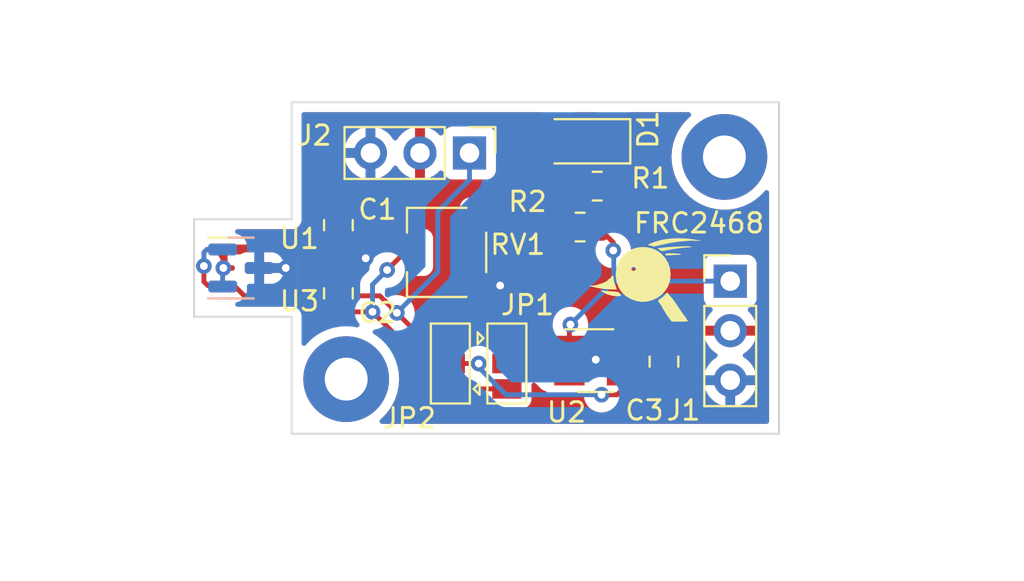
<source format=kicad_pcb>
(kicad_pcb (version 20211014) (generator pcbnew)
  (layers (0 "F.Cu" signal) (31 "B.Cu" signal) (34 "B.Paste" user) (35 "F.Paste" user) (36 "B.SilkS" user "B.Silkscreen") (37 "F.SilkS" user "F.Silkscreen") (38 "B.Mask" user) (39 "F.Mask" user) (44 "Edge.Cuts" user))
  (net 0 "")
  (net 1 "+3V3")
  (net 2 "GND")
  (net 3 "Net-(C2-Pad1)")
  (net 4 "Net-(D1-Pad1)")
  (net 5 "Net-(J1-Pad1)")
  (net 6 "Net-(J2-Pad1)")
  (net 7 "Net-(JP1-Pad2)")
  (net 8 "Net-(JP2-Pad2)")
  (footprint "Capacitor_SMD:C_0805_2012Metric" (layer "F.Cu") (at 154.8 99.2 -90)
    (fp_text reference "C3" (at 2.5 1 180) (layer "F.SilkS"))
    (fp_text value "0.1u" hide)
    (fp_line (start -0.261252 0.735) (end 0.261252 0.735) (layer "F.SilkS") (width 0.12))
    (fp_line (start -0.261252 -0.735) (end 0.261252 -0.735) (layer "F.SilkS") (width 0.12))
    (pad "1" smd roundrect (at -0.95 0 270) (size 1 1.45) (layers "F.Cu" "F.Paste" "F.Mask") (net 1 "+3V3"))
    (pad "2" smd roundrect (at 0.95 0 270) (size 1 1.45) (layers "F.Cu" "F.Paste" "F.Mask") (net 2 "GND"))
  )
  (footprint "LED_SMD:LED_1206_3216Metric" (layer "F.Cu") (at 150.7875 87.9 180)
    (fp_text reference "D1" (at -3.2 0.6 90) (layer "F.SilkS"))
    (fp_text value "LED" hide)
    (fp_line (start -2.285 -1.135) (end -2.285 1.135) (layer "F.SilkS") (width 0.12))
    (fp_line (start 1.6 -1.135) (end -2.285 -1.135) (layer "F.SilkS") (width 0.12))
    (fp_line (start -2.285 1.135) (end 1.6 1.135) (layer "F.SilkS") (width 0.12))
    (pad "1" smd roundrect (at -1.4 0 180) (size 1.25 1.75) (layers "F.Cu" "F.Paste" "F.Mask") (roundrect_rratio 0.2) (net 4 "Net-(D1-Pad1)"))
    (pad "2" smd roundrect (at 1.4 0 180) (size 1.25 1.75) (layers "F.Cu" "F.Paste" "F.Mask") (roundrect_rratio 0.2) (net 1 "+3V3"))
  )
  (footprint "Jumper:SolderJumper-3_P1.3mm_Bridged12_Pad1.0x1.5mm" (layer "F.Cu") (at 146.7425 99.3 -90)
    (fp_text reference "JP1" (at -3 -1.0575 180) (layer "F.SilkS"))
    (fp_text value "SolderJumper_3_Bridged12" hide)
    (fp_poly (pts (xy -0.9 -0.3) (xy -0.4 -0.3) (xy -0.4 0.3) (xy -0.9 0.3)) (layer "F.Cu") (width 0) (fill solid))
    (fp_line (start 2.05 1) (end -2.05 1) (layer "F.SilkS") (width 0.12))
    (fp_line (start -1.6 1.5) (end -1 1.5) (layer "F.SilkS") (width 0.12))
    (fp_line (start 2.05 -1) (end 2.05 1) (layer "F.SilkS") (width 0.12))
    (fp_line (start -2.05 1) (end -2.05 -1) (layer "F.SilkS") (width 0.12))
    (fp_line (start -1.3 1.2) (end -1.6 1.5) (layer "F.SilkS") (width 0.12))
    (fp_line (start -1.3 1.2) (end -1 1.5) (layer "F.SilkS") (width 0.12))
    (fp_line (start -2.05 -1) (end 2.05 -1) (layer "F.SilkS") (width 0.12))
    (pad "1" smd rect (at -1.3 0 270) (size 1 1.5) (layers "F.Cu" "F.Mask") (net 6 "Net-(J2-Pad1)"))
    (pad "2" smd rect (at 0 0 270) (size 1 1.5) (layers "F.Cu" "F.Mask") (net 7 "Net-(JP1-Pad2)"))
    (pad "3" smd rect (at 1.3 0 270) (size 1 1.5) (layers "F.Cu" "F.Mask") (net 3 "Net-(C2-Pad1)"))
  )
  (footprint "Resistor_SMD:R_0805_2012Metric" (layer "F.Cu") (at 150.5 92.3)
    (fp_text reference "R2" (at -2.7 -1.3 180) (layer "F.SilkS"))
    (fp_text value "5k" hide)
    (fp_line (start -0.227064 0.735) (end 0.227064 0.735) (layer "F.SilkS") (width 0.12))
    (fp_line (start -0.227064 -0.735) (end 0.227064 -0.735) (layer "F.SilkS") (width 0.12))
    (pad "1" smd roundrect (at -0.9125 0) (size 1.025 1.4) (layers "F.Cu" "F.Paste" "F.Mask") (roundrect_rratio 0.243902439) (net 1 "+3V3"))
    (pad "2" smd roundrect (at 0.9125 0) (size 1.025 1.4) (layers "F.Cu" "F.Paste" "F.Mask") (roundrect_rratio 0.243902439) (net 5 "Net-(J1-Pad1)"))
  )
  (footprint "Resistor_SMD:R_0805_2012Metric" (layer "F.Cu") (at 151.375 90.2 180)
    (fp_text reference "R1" (at -2.725 0.4 180) (layer "F.SilkS"))
    (fp_text value "200" hide)
    (fp_line (start -0.227064 -0.735) (end 0.227064 -0.735) (layer "F.SilkS") (width 0.12))
    (fp_line (start -0.227064 0.735) (end 0.227064 0.735) (layer "F.SilkS") (width 0.12))
    (pad "1" smd roundrect (at -0.9125 0 180) (size 1.025 1.4) (layers "F.Cu" "F.Paste" "F.Mask") (roundrect_rratio 0.243902439) (net 4 "Net-(D1-Pad1)"))
    (pad "2" smd roundrect (at 0.9125 0 180) (size 1.025 1.4) (layers "F.Cu" "F.Paste" "F.Mask") (roundrect_rratio 0.243902439) (net 5 "Net-(J1-Pad1)"))
  )
  (footprint "Capacitor_SMD:C_0805_2012Metric" (layer "F.Cu") (at 138.1 92.2 -90)
    (fp_text reference "C1" (at -0.8 -2 180) (layer "F.SilkS"))
    (fp_text value "0.1u" hide)
    (fp_line (start -0.261252 -0.735) (end 0.261252 -0.735) (layer "F.SilkS") (width 0.12))
    (fp_line (start -0.261252 0.735) (end 0.261252 0.735) (layer "F.SilkS") (width 0.12))
    (pad "1" smd roundrect (at -0.95 0 270) (size 1 1.45) (layers "F.Cu" "F.Paste" "F.Mask") (net 1 "+3V3"))
    (pad "2" smd roundrect (at 0.95 0 270) (size 1 1.45) (layers "F.Cu" "F.Paste" "F.Mask") (net 2 "GND"))
  )
  (footprint "Appreciate:PVG3A" (layer "F.Cu") (at 143.65 93.6 90)
    (fp_text reference "RV1" (at 0.4 3.65 unlocked) (layer "F.SilkS"))
    (fp_text value "10K" hide)
    (fp_line (start 2.286 -2.032) (end 2.286 1.016) (layer "F.SilkS") (width 0.12))
    (fp_line (start -1.016 2.032) (end 1.016 2.032) (layer "F.SilkS") (width 0.12))
    (fp_line (start 1.016 -2.032) (end 2.286 -2.032) (layer "F.SilkS") (width 0.12))
    (fp_line (start -1.016 -2.032) (end -2.286 -2.032) (layer "F.SilkS") (width 0.12))
    (fp_line (start -2.286 -2.032) (end -2.286 1.016) (layer "F.SilkS") (width 0.12))
    (pad "1" smd rect (at 1.75 1.65 90) (size 1.1 0.9) (layers "F.Cu" "F.Paste" "F.Mask") (net 1 "+3V3"))
    (pad "2" smd rect (at 0 -1.65 90) (size 1.4 0.9) (layers "F.Cu" "F.Paste" "F.Mask") (net 3 "Net-(C2-Pad1)"))
    (pad "3" smd rect (at -1.75 1.65 90) (size 1.1 0.9) (layers "F.Cu" "F.Paste" "F.Mask") (net 2 "GND"))
  )
  (footprint "Package_TO_SOT_SMD:SOT-23-5_HandSoldering" (layer "F.Cu") (at 151.3 99.15)
    (fp_text reference "U2" (at -1.5 2.65) (layer "F.SilkS"))
    (fp_text value "TLV7041DBV" hide)
    (fp_line (start -0.9 1.61) (end 0.9 1.61) (layer "F.SilkS") (width 0.12))
    (fp_line (start 0.9 -1.61) (end -1.55 -1.61) (layer "F.SilkS") (width 0.12))
    (pad "1" smd rect (at -1.35 -0.95) (size 1.56 0.65) (layers "F.Cu" "F.Paste" "F.Mask") (net 5 "Net-(J1-Pad1)"))
    (pad "2" smd rect (at -1.35 0) (size 1.56 0.65) (layers "F.Cu" "F.Paste" "F.Mask") (net 2 "GND"))
    (pad "3" smd rect (at -1.35 0.95) (size 1.56 0.65) (layers "F.Cu" "F.Paste" "F.Mask") (net 7 "Net-(JP1-Pad2)"))
    (pad "4" smd rect (at 1.35 0.95) (size 1.56 0.65) (layers "F.Cu" "F.Paste" "F.Mask") (net 8 "Net-(JP2-Pad2)"))
    (pad "5" smd rect (at 1.35 -0.95) (size 1.56 0.65) (layers "F.Cu" "F.Paste" "F.Mask") (net 1 "+3V3"))
  )
  (footprint "Connector_PinHeader_2.54mm:PinHeader_1x03_P2.54mm_Vertical" (layer "F.Cu") (at 158.2 95.075)
    (fp_text reference "J1" (at -2.4 6.625) (layer "F.SilkS"))
    (fp_text value "Conn_01x03" hide)
    (fp_line (start -1.33 1.27) (end -1.33 6.41) (layer "F.SilkS") (width 0.12))
    (fp_line (start -1.33 6.41) (end 1.33 6.41) (layer "F.SilkS") (width 0.12))
    (fp_line (start -1.33 1.27) (end 1.33 1.27) (layer "F.SilkS") (width 0.12))
    (fp_line (start 1.33 1.27) (end 1.33 6.41) (layer "F.SilkS") (width 0.12))
    (fp_line (start -1.33 0) (end -1.33 -1.33) (layer "F.SilkS") (width 0.12))
    (fp_line (start -1.33 -1.33) (end 0 -1.33) (layer "F.SilkS") (width 0.12))
    (pad "1" thru_hole rect (at 0 0) (size 1.7 1.7) (drill 1) (layers *.Cu *.Mask) (net 5 "Net-(J1-Pad1)"))
    (pad "2" thru_hole oval (at 0 2.54) (size 1.7 1.7) (drill 1) (layers *.Cu *.Mask) (net 1 "+3V3"))
    (pad "3" thru_hole oval (at 0 5.08) (size 1.7 1.7) (drill 1) (layers *.Cu *.Mask) (net 2 "GND"))
  )
  (footprint "Capacitor_SMD:C_0805_2012Metric" (layer "F.Cu") (at 138.1 95.7 90)
    (fp_text reference "C2" (at -1 2) (layer "F.SilkS"))
    (fp_text value "0.1u" hide)
    (fp_line (start -0.261252 0.735) (end 0.261252 0.735) (layer "F.SilkS") (width 0.12))
    (fp_line (start -0.261252 -0.735) (end 0.261252 -0.735) (layer "F.SilkS") (width 0.12))
    (pad "1" smd roundrect (at -0.95 0 90) (size 1 1.45) (layers "F.Cu" "F.Paste" "F.Mask") (net 3 "Net-(C2-Pad1)"))
    (pad "2" smd roundrect (at 0.95 0 90) (size 1 1.45) (layers "F.Cu" "F.Paste" "F.Mask") (net 2 "GND"))
  )
  (footprint "MountingHole:MountingHole_2.2mm_M2_Pad" (layer "F.Cu") (at 157.9 88.7)
    (fp_text reference "H1" hide)
    (fp_text value "MountingHole_Pad" hide)
    (pad "1" thru_hole circle (at 0 0) (size 4.4 4.4) (drill 2.2) (layers *.Cu *.Mask))
  )
  (footprint "Package_TO_SOT_SMD:SOT-23" (layer "F.Cu") (at 133.1 94.4)
    (fp_text reference "U1" (at 3 -1.5) (layer "F.SilkS"))
    (fp_text value "SM351LT" hide)
    (fp_line (start 0 -1.56) (end 0.65 -1.56) (layer "F.SilkS") (width 0.12))
    (fp_line (start 0 1.56) (end -0.65 1.56) (layer "F.SilkS") (width 0.12))
    (fp_line (start 0 -1.56) (end -1.675 -1.56) (layer "F.SilkS") (width 0.12))
    (fp_line (start 0 1.56) (end 0.65 1.56) (layer "F.SilkS") (width 0.12))
    (pad "1" smd roundrect (at -0.9375 -0.95) (size 1.475 0.6) (layers "F.Cu" "F.Paste" "F.Mask") (net 1 "+3V3"))
    (pad "2" smd roundrect (at -0.9375 0.95) (size 1.475 0.6) (layers "F.Cu" "F.Paste" "F.Mask") (net 6 "Net-(J2-Pad1)"))
    (pad "3" smd roundrect (at 0.9375 0) (size 1.475 0.6) (layers "F.Cu" "F.Paste" "F.Mask") (net 2 "GND"))
  )
  (footprint "Jumper:SolderJumper-3_P1.3mm_Bridged12_Pad1.0x1.5mm" (layer "F.Cu") (at 143.8425 99.3 90)
    (fp_text reference "JP2" (at -2.8 -2.1 180) (layer "F.SilkS"))
    (fp_text value "SolderJumper_3_Bridged12" hide)
    (fp_poly (pts (xy -0.9 -0.3) (xy -0.4 -0.3) (xy -0.4 0.3) (xy -0.9 0.3)) (layer "F.Cu") (width 0) (fill solid))
    (fp_line (start 2.05 -1) (end 2.05 1) (layer "F.SilkS") (width 0.12))
    (fp_line (start -2.05 -1) (end 2.05 -1) (layer "F.SilkS") (width 0.12))
    (fp_line (start -1.3 1.2) (end -1 1.5) (layer "F.SilkS") (width 0.12))
    (fp_line (start -1.6 1.5) (end -1 1.5) (layer "F.SilkS") (width 0.12))
    (fp_line (start -2.05 1) (end -2.05 -1) (layer "F.SilkS") (width 0.12))
    (fp_line (start 2.05 1) (end -2.05 1) (layer "F.SilkS") (width 0.12))
    (fp_line (start -1.3 1.2) (end -1.6 1.5) (layer "F.SilkS") (width 0.12))
    (pad "1" smd rect (at -1.3 0 90) (size 1 1.5) (layers "F.Cu" "F.Mask") (net 3 "Net-(C2-Pad1)"))
    (pad "2" smd rect (at 0 0 90) (size 1 1.5) (layers "F.Cu" "F.Mask") (net 8 "Net-(JP2-Pad2)"))
    (pad "3" smd rect (at 1.3 0 90) (size 1 1.5) (layers "F.Cu" "F.Mask") (net 6 "Net-(J2-Pad1)"))
  )
  (footprint "LOGO" (layer "F.Cu") (at 154.1 94.9)
    (fp_text reference "G***" hide)
    (fp_text value "LOGO" hide)
    (fp_poly (pts (xy 1.913529 -1.612956) (xy 2.027994 -1.608028) (xy 2.095237 -1.598176) (xy 2.10874 -1.585518) (xy 2.068515 -1.567943) (xy 1.985846 -1.556428) (xy 1.915173 -1.553808) (xy 1.783659 -1.547239) (xy 1.603859 -1.528767) (xy 1.389396 -1.500244) (xy 1.153894 -1.463519) (xy 0.910978 -1.420444) (xy 0.855456 -1.409827) (xy 0.721232 -1.384099) (xy 0.633459 -1.370926) (xy 0.576174 -1.371583) (xy 0.533419 -1.387349) (xy 0.489233 -1.419501) (xy 0.462668 -1.44126) (xy 0.370405 -1.516694) (xy 0.510234 -1.533172) (xy 0.715192 -1.554849) (xy 0.932945 -1.573567) (xy 1.154917 -1.589047) (xy 1.372535 -1.601006) (xy 1.577225 -1.609165) (xy 1.760414 -1.613242)) (layer "F.SilkS") (width 0) (fill solid))
    (fp_poly (pts (xy -2.457553 0.652201) (xy -2.387091 0.663295) (xy -2.270955 0.675428) (xy -2.126832 0.68694) (xy -2.009205 0.694266) (xy -1.853049 0.703776) (xy -1.746381 0.71433) (xy -1.675307 0.729251) (xy -1.625933 0.75186) (xy -1.584368 0.785478) (xy -1.570379 0.799171) (xy -1.520224 0.86201) (xy -1.502998 0.910599) (xy -1.505305 0.918085) (xy -1.54761 0.936206) (xy -1.634964 0.945402) (xy -1.74955 0.945105) (xy -1.87355 0.93475) (xy -1.902621 0.930722) (xy -2.078791 0.892148) (xy -2.246978 0.834097) (xy -2.385556 0.764848) (xy -2.442371 0.724087) (xy -2.552684 0.629352)) (layer "F.SilkS") (width 0) (fill solid))
    (fp_poly (pts (xy 1.173233 -1.252933) (xy 1.31073 -1.247596) (xy 1.431621 -1.238651) (xy 1.519947 -1.226466) (xy 1.558521 -1.212921) (xy 1.569023 -1.190641) (xy 1.538199 -1.178305) (xy 1.456856 -1.173453) (xy 1.409526 -1.173058) (xy 1.269146 -1.169573) (xy 1.109184 -1.160852) (xy 1.011253 -1.153033) (xy 0.880632 -1.145606) (xy 0.804317 -1.15397) (xy 0.778178 -1.171223) (xy 0.76954 -1.218598) (xy 0.776355 -1.230886) (xy 0.820691 -1.243641) (xy 0.912254 -1.251322) (xy 1.035088 -1.254298)) (layer "F.SilkS") (width 0) (fill solid))
    (fp_poly (pts (xy -0.174329 -1.565625) (xy 0.092865 -1.505977) (xy 0.338788 -1.400343) (xy 0.550834 -1.250438) (xy 0.560158 -1.241962) (xy 0.769832 -1.009562) (xy 0.92166 -0.753375) (xy 1.014415 -0.477375) (xy 1.046871 -0.185536) (xy 1.017802 0.118168) (xy 1.002047 0.190262) (xy 0.908848 0.447122) (xy 0.764851 0.676312) (xy 0.578424 0.872996) (xy 0.357936 1.032337) (xy 0.111758 1.149496) (xy -0.151741 1.219637) (xy -0.424193 1.237923) (xy -0.697227 1.199516) (xy -0.729338 1.19095) (xy -1.024576 1.07954) (xy -1.273816 0.925399) (xy -1.475151 0.73102) (xy -1.626672 0.498897) (xy -1.726471 0.231521) (xy -1.772638 -0.068613) (xy -1.77578 -0.176069) (xy -1.745777 -0.469817) (xy -1.742358 -0.480644) (xy -0.972056 -0.480644) (xy -0.965159 -0.416207) (xy -0.953516 -0.399037) (xy -0.893254 -0.356969) (xy -0.856179 -0.348814) (xy -0.790577 -0.371688) (xy -0.758842 -0.399037) (xy -0.737006 -0.463426) (xy -0.765568 -0.521108) (xy -0.832697 -0.553139) (xy -0.856179 -0.554931) (xy -0.931786 -0.533202) (xy -0.972056 -0.480644) (xy -1.742358 -0.480644) (xy -1.658908 -0.744942) (xy -1.519881 -0.993923) (xy -1.333405 -1.209237) (xy -1.104187 -1.383361) (xy -0.977475 -1.451471) (xy -0.722106 -1.54009) (xy -0.450188 -1.577569)) (layer "F.SilkS") (width 0) (fill solid))
    (fp_poly (pts (xy 1.627634 -2.02484) (xy 1.949354 -2.004754) (xy 2.228638 -1.968782) (xy 2.36816 -1.944348) (xy 2.482738 -1.922503) (xy 2.559029 -1.905904) (xy 2.583677 -1.898054) (xy 2.561392 -1.893352) (xy 2.490418 -1.893076) (xy 2.385332 -1.897221) (xy 2.368648 -1.898158) (xy 2.126491 -1.901289) (xy 1.840713 -1.886985) (xy 1.528084 -1.857171) (xy 1.205376 -1.813773) (xy 0.889361 -1.758717) (xy 0.602497 -1.695351) (xy 0.488544 -1.667613) (xy 0.386995 -1.644032) (xy 0.343833 -1.634676) (xy 0.264235 -1.615959) (xy 0.216991 -1.601841) (xy 0.155679 -1.603951) (xy 0.126842 -1.617076) (xy 0.059482 -1.640975) (xy -0.006056 -1.648453) (xy -0.085112 -1.656603) (xy -0.108825 -1.678049) (xy -0.083236 -1.710144) (xy -0.014384 -1.750238) (xy 0.09169 -1.795684) (xy 0.228945 -1.843833) (xy 0.391341 -1.892037) (xy 0.572838 -1.937646) (xy 0.729003 -1.970734) (xy 0.996295 -2.007858) (xy 1.302893 -2.025884)) (layer "F.SilkS") (width 0) (fill solid))
    (fp_poly (pts (xy 0.88727 0.753121) (xy 0.908075 0.804896) (xy 0.943384 0.850559) (xy 1.029779 0.944312) (xy 1.114021 1.044918) (xy 1.204288 1.163249) (xy 1.30876 1.310174) (xy 1.435617 1.496563) (xy 1.484506 1.569663) (xy 1.58425 1.717382) (xy 1.673212 1.845563) (xy 1.744981 1.945253) (xy 1.793145 2.007493) (xy 1.809833 2.024178) (xy 1.83729 2.060575) (xy 1.839201 2.075789) (xy 1.861461 2.12897) (xy 1.886767 2.156305) (xy 1.92663 2.20208) (xy 1.934333 2.223608) (xy 1.90457 2.233803) (xy 1.823057 2.242178) (xy 1.701453 2.247988) (xy 1.551418 2.250484) (xy 1.51417 2.250512) (xy 1.094008 2.249587) (xy 0.951311 2.054533) (xy 0.880561 1.956296) (xy 0.824738 1.875959) (xy 0.794465 1.828861) (xy 0.792759 1.825557) (xy 0.767178 1.780665) (xy 0.719805 1.704357) (xy 0.689701 1.657497) (xy 0.639685 1.577327) (xy 0.608141 1.520543) (xy 0.602497 1.505589) (xy 0.585915 1.471465) (xy 0.546065 1.408532) (xy 0.497788 1.338676) (xy 0.455929 1.283778) (xy 0.441632 1.268415) (xy 0.416051 1.227929) (xy 0.403751 1.19905) (xy 0.407925 1.154888) (xy 0.458598 1.105243) (xy 0.522017 1.06468) (xy 0.6266 0.989783) (xy 0.732759 0.89313) (xy 0.773323 0.848651) (xy 0.834204 0.782378) (xy 0.875588 0.749448)) (layer "F.SilkS") (width 0) (fill solid))
    (fp_poly (pts (xy -1.906157 -0.098666) (xy -1.885249 -0.028186) (xy -1.87277 0.063709) (xy -1.871344 0.101983) (xy -1.858463 0.192614) (xy -1.828031 0.290934) (xy -1.827487 0.292245) (xy -1.785926 0.399236) (xy -1.750966 0.499438) (xy -1.717868 0.602497) (xy -2.008434 0.598086) (xy -2.176494 0.591105) (xy -2.356311 0.576657) (xy -2.513431 0.557623) (xy -2.536829 0.553901) (xy -2.729325 0.518702) (xy -2.890939 0.483219) (xy -3.013264 0.449697) (xy -3.087896 0.420384) (xy -3.107615 0.401338) (xy -3.084404 0.386211) (xy -3.062099 0.391205) (xy -2.979933 0.40082) (xy -2.859948 0.387959) (xy -2.716752 0.357283) (xy -2.564952 0.31345) (xy -2.419157 0.26112) (xy -2.293974 0.204953) (xy -2.204013 0.149606) (xy -2.165572 0.105254) (xy -2.129058 0.066853) (xy -2.113274 0.06333) (xy -2.073096 0.039155) (xy -2.021648 -0.02008) (xy -2.013608 -0.03171) (xy -1.966747 -0.09437) (xy -1.933387 -0.125873) (xy -1.930102 -0.12675)) (layer "F.SilkS") (width 0) (fill solid))
    (fp_poly (pts (xy 3.234457 2.220721) (xy 3.208758 2.247976) (xy 3.186892 2.251436) (xy 3.144584 2.244651) (xy 3.139326 2.238973) (xy 3.164122 2.218526) (xy 3.186892 2.208258) (xy 3.227724 2.207599)) (layer "F.SilkS") (width 0) (fill solid))
  )
  (footprint "Connector_PinHeader_2.54mm:PinHeader_1x03_P2.54mm_Vertical" (layer "F.Cu") (at 144.825 88.5 -90)
    (fp_text reference "J2" (at -0.9 7.94 180) (layer "F.SilkS"))
    (fp_text value "Conn_01x03" hide)
    (fp_line (start -1.33 -1.33) (end 0 -1.33) (layer "F.SilkS") (width 0.12))
    (fp_line (start -1.33 1.27) (end 1.33 1.27) (layer "F.SilkS") (width 0.12))
    (fp_line (start -1.33 1.27) (end -1.33 6.41) (layer "F.SilkS") (width 0.12))
    (fp_line (start -1.33 6.41) (end 1.33 6.41) (layer "F.SilkS") (width 0.12))
    (fp_line (start 1.33 1.27) (end 1.33 6.41) (layer "F.SilkS") (width 0.12))
    (fp_line (start -1.33 0) (end -1.33 -1.33) (layer "F.SilkS") (width 0.12))
    (pad "1" thru_hole rect (at 0 0 270) (size 1.7 1.7) (drill 1) (layers *.Cu *.Mask) (net 6 "Net-(J2-Pad1)"))
    (pad "2" thru_hole oval (at 0 2.54 270) (size 1.7 1.7) (drill 1) (layers *.Cu *.Mask) (net 1 "+3V3"))
    (pad "3" thru_hole oval (at 0 5.08 270) (size 1.7 1.7) (drill 1) (layers *.Cu *.Mask) (net 2 "GND"))
  )
  (footprint "MountingHole:MountingHole_2.2mm_M2_Pad" (layer "F.Cu") (at 138.5 100.1)
    (fp_text reference "H2" hide)
    (fp_text value "MountingHole_Pad" hide)
    (pad "1" thru_hole circle (at 0 0) (size 4.4 4.4) (drill 2.2) (layers *.Cu *.Mask))
  )
  (footprint "Package_TO_SOT_SMD:SOT-23" (layer "B.Cu") (at 133.1 94.4)
    (fp_text reference "U3" (at 3 1.7) (layer "F.SilkS"))
    (fp_text value "SM351LT" hide)
    (fp_line (start 0 1.56) (end 0.65 1.56) (layer "B.SilkS") (width 0.12))
    (fp_line (start 0 -1.56) (end 0.65 -1.56) (layer "B.SilkS") (width 0.12))
    (fp_line (start 0 -1.56) (end -0.65 -1.56) (layer "B.SilkS") (width 0.12))
    (fp_line (start 0 1.56) (end -1.675 1.56) (layer "B.SilkS") (width 0.12))
    (pad "1" smd roundrect (at -0.9375 0.95) (size 1.475 0.6) (layers "B.Cu" "B.Paste" "B.Mask") (net 1 "+3V3"))
    (pad "2" smd roundrect (at -0.9375 -0.95) (size 1.475 0.6) (layers "B.Cu" "B.Paste" "B.Mask") (net 6 "Net-(J2-Pad1)"))
    (pad "3" smd roundrect (at 0.9375 0) (size 1.475 0.6) (layers "B.Cu" "B.Paste" "B.Mask") (net 2 "GND"))
  )
  (gr_line (start 160.7 102.9) (end 135.7 102.9) (layer "Edge.Cuts") (width 0.1))
  (gr_line (start 135.7 102.9) (end 135.7 96.9) (layer "Edge.Cuts") (width 0.1))
  (gr_line (start 130.7 96.9) (end 130.7 91.9) (layer "Edge.Cuts") (width 0.1))
  (gr_line (start 135.7 85.9) (end 160.7 85.9) (layer "Edge.Cuts") (width 0.1))
  (gr_line (start 130.7 91.9) (end 135.7 91.9) (layer "Edge.Cuts") (width 0.1))
  (gr_line (start 135.7 91.9) (end 135.7 85.9) (layer "Edge.Cuts") (width 0.1))
  (gr_line (start 160.7 85.9) (end 160.7 102.9) (layer "Edge.Cuts") (width 0.1))
  (gr_line (start 135.7 96.9) (end 130.7 96.9) (layer "Edge.Cuts") (width 0.1))
  (gr_text "FRC2468" (at 156.6 92.1) (layer "F.SilkS") (effects (font (size 1 1))))
  (via (at 132.2 94.4) (size 0.8) (drill 0.4) (layers "F.Cu" "B.Cu") (net 1))
  (segment (start 132.1625 94.4375) (end 132.2 94.4) (width 0.25) (layer "B.Cu") (net 1))
  (segment (start 132.1625 95.35) (end 132.1625 94.4375) (width 0.25) (layer "B.Cu") (net 1))
  (segment (start 138.1 93.9) (end 139.5 93.9) (width 0.25) (layer "F.Cu") (net 2))
  (segment (start 134.0375 94.4) (end 135.4 94.4) (width 0.25) (layer "F.Cu") (net 2))
  (segment (start 138.1 93.9) (end 138.1 94.75) (width 0.25) (layer "F.Cu") (net 2))
  (segment (start 151.25 99.15) (end 151.3 99.1) (width 0.25) (layer "F.Cu") (net 2))
  (segment (start 154.8 100.15) (end 154.805 100.155) (width 0.25) (layer "F.Cu") (net 2))
  (segment (start 146.35 95.35) (end 146.4 95.3) (width 0.25) (layer "F.Cu") (net 2))
  (segment (start 154.805 100.155) (end 158.2 100.155) (width 0.25) (layer "F.Cu") (net 2))
  (segment (start 149.95 99.15) (end 151.25 99.15) (width 0.25) (layer "F.Cu") (net 2))
  (segment (start 145.3 95.35) (end 146.35 95.35) (width 0.25) (layer "F.Cu") (net 2))
  (segment (start 138.1 93.15) (end 138.1 93.9) (width 0.25) (layer "F.Cu") (net 2))
  (via (at 146.4 95.3) (size 0.8) (drill 0.4) (layers "F.Cu" "B.Cu") (net 2))
  (via (at 151.3 99.1) (size 0.8) (drill 0.4) (layers "F.Cu" "B.Cu") (net 2))
  (via (at 135.4 94.4) (size 0.8) (drill 0.4) (layers "F.Cu" "B.Cu") (net 2))
  (via (at 139.5 93.9) (size 0.8) (drill 0.4) (layers "F.Cu" "B.Cu") (net 2))
  (segment (start 138.1 96.65) (end 139.85 96.65) (width 0.25) (layer "F.Cu") (net 3))
  (segment (start 141.9 98.7) (end 141.9 99.7) (width 0.25) (layer "F.Cu") (net 3))
  (segment (start 141.9 99.7) (end 142.8 100.6) (width 0.25) (layer "F.Cu") (net 3))
  (segment (start 139.85 96.65) (end 141.9 98.7) (width 0.25) (layer "F.Cu") (net 3))
  (segment (start 142.8 100.6) (end 143.8425 100.6) (width 0.25) (layer "F.Cu") (net 3))
  (segment (start 140.6 94.5) (end 141.5 93.6) (width 0.25) (layer "F.Cu") (net 3))
  (segment (start 141.5 93.6) (end 142 93.6) (width 0.25) (layer "F.Cu") (net 3))
  (segment (start 143.8425 100.6) (end 146.7425 100.6) (width 0.25) (layer "F.Cu") (net 3))
  (via (at 139.85 96.65) (size 0.8) (drill 0.4) (layers "F.Cu" "B.Cu") (net 3))
  (via (at 140.6 94.5) (size 0.8) (drill 0.4) (layers "F.Cu" "B.Cu") (net 3))
  (segment (start 139.85 95.25) (end 140.6 94.5) (width 0.25) (layer "B.Cu") (net 3))
  (segment (start 139.85 96.65) (end 139.85 95.25) (width 0.25) (layer "B.Cu") (net 3))
  (segment (start 152.1875 90.1) (end 152.2875 90.2) (width 0.25) (layer "F.Cu") (net 4))
  (segment (start 152.1875 87.9) (end 152.1875 90.1) (width 0.25) (layer "F.Cu") (net 4))
  (segment (start 152.2 93.5) (end 152.2 93.0875) (width 0.25) (layer "F.Cu") (net 5))
  (segment (start 150.4625 91.35) (end 151.4125 92.3) (width 0.25) (layer "F.Cu") (net 5))
  (segment (start 150.4625 90.2) (end 150.4625 91.35) (width 0.25) (layer "F.Cu") (net 5))
  (segment (start 149.95 98.2) (end 149.95 97.35) (width 0.25) (layer "F.Cu") (net 5))
  (segment (start 149.95 97.35) (end 150 97.3) (width 0.25) (layer "F.Cu") (net 5))
  (segment (start 152.2 93.0875) (end 151.4125 92.3) (width 0.25) (layer "F.Cu") (net 5))
  (via (at 152.2 93.5) (size 0.8) (drill 0.4) (layers "F.Cu" "B.Cu") (net 5))
  (via (at 150 97.3) (size 0.8) (drill 0.4) (layers "F.Cu" "B.Cu") (net 5))
  (segment (start 150 97.3) (end 152.225 95.075) (width 0.25) (layer "B.Cu") (net 5))
  (segment (start 152.225 95.075) (end 152.225 93.525) (width 0.25) (layer "B.Cu") (net 5))
  (segment (start 152.225 93.525) (end 152.2 93.5) (width 0.25) (layer "B.Cu") (net 5))
  (segment (start 152.225 95.075) (end 158.2 95.075) (width 0.25) (layer "B.Cu") (net 5))
  (segment (start 131.2 95.1) (end 131.4 95.3) (width 0.25) (layer "F.Cu") (net 6))
  (segment (start 131.2 94.3) (end 131.2 95.1) (width 0.25) (layer "F.Cu") (net 6))
  (segment (start 143.8425 98) (end 146.7425 98) (width 0.25) (layer "F.Cu") (net 6))
  (segment (start 141.1 96.7) (end 142.4 98) (width 0.25) (layer "F.Cu") (net 6))
  (segment (start 140.225 95.825) (end 141.1 96.7) (width 0.25) (layer "F.Cu") (net 6))
  (segment (start 142.4 98) (end 143.8425 98) (width 0.25) (layer "F.Cu") (net 6))
  (segment (start 132.8 95.35) (end 133.275 95.825) (width 0.25) (layer "F.Cu") (net 6))
  (segment (start 133.275 95.825) (end 140.225 95.825) (width 0.25) (layer "F.Cu") (net 6))
  (segment (start 132.1625 95.35) (end 132.8 95.35) (width 0.25) (layer "F.Cu") (net 6))
  (via (at 141.1 96.7) (size 0.8) (drill 0.4) (layers "F.Cu" "B.Cu") (net 6))
  (via (at 131.2 94.3) (size 0.8) (drill 0.4) (layers "F.Cu" "B.Cu") (net 6))
  (segment (start 131.2 93.6) (end 131.2 94.3) (width 0.25) (layer "B.Cu") (net 6))
  (segment (start 131.35 93.45) (end 131.2 93.6) (width 0.25) (layer "B.Cu") (net 6))
  (segment (start 144.825 89.875) (end 144.825 88.5) (width 0.25) (layer "B.Cu") (net 6))
  (segment (start 132.1625 93.45) (end 131.35 93.45) (width 0.25) (layer "B.Cu") (net 6))
  (segment (start 143.2 94.6) (end 143.2 91.5) (width 0.25) (layer "B.Cu") (net 6))
  (segment (start 141.1 96.7) (end 143.2 94.6) (width 0.25) (layer "B.Cu") (net 6))
  (segment (start 143.2 91.5) (end 144.825 89.875) (width 0.25) (layer "B.Cu") (net 6))
  (segment (start 146.7425 99.3) (end 148.1 99.3) (width 0.25) (layer "F.Cu") (net 7))
  (segment (start 148.9 100.1) (end 149.95 100.1) (width 0.25) (layer "F.Cu") (net 7))
  (segment (start 148.1 99.3) (end 148.9 100.1) (width 0.25) (layer "F.Cu") (net 7))
  (segment (start 151.6 100.9) (end 152.4 100.9) (width 0.25) (layer "F.Cu") (net 8))
  (segment (start 152.7 100.6) (end 152.7 100.15) (width 0.25) (layer "F.Cu") (net 8))
  (segment (start 143.8425 99.3) (end 145.3 99.3) (width 0.25) (layer "F.Cu") (net 8))
  (segment (start 152.4 100.9) (end 152.7 100.6) (width 0.25) (layer "F.Cu") (net 8))
  (segment (start 152.7 100.15) (end 152.65 100.1) (width 0.25) (layer "F.Cu") (net 8))
  (via (at 145.3 99.3) (size 0.8) (drill 0.4) (layers "F.Cu" "B.Cu") (net 8))
  (via (at 151.6 100.9) (size 0.8) (drill 0.4) (layers "F.Cu" "B.Cu") (net 8))
  (segment (start 146.7 100.9) (end 151.6 100.9) (width 0.25) (layer "B.Cu") (net 8))
  (segment (start 145.3 99.5) (end 146.7 100.9) (width 0.25) (layer "B.Cu") (net 8))
  (segment (start 145.3 99.3) (end 145.3 99.5) (width 0.25) (layer "B.Cu") (net 8))
  (zone (net 1) (net_name "+3V3") (layer "F.Cu") (connect_pads (clearance 0.508)) (min_thickness 0.254) (fill yes (thermal_gap 0.508) (thermal_bridge_width 0.508))
    (polygon (pts (xy 160.5 102.6) (xy 136 102.6) (xy 136 86.15) (xy 160.5 86.15)))
  )
  (zone (net 1) (net_name "+3V3") (layer "F.Cu") (connect_pads (clearance 0.508)) (min_thickness 0.254) (fill yes (thermal_gap 0.508) (thermal_bridge_width 0.508))
    (polygon (pts (xy 136 96.6) (xy 131 96.6) (xy 131 92.25) (xy 136 92.25)))
  )
  (zone (net 2) (net_name "GND") (layer "B.Cu") (connect_pads (clearance 0.508)) (min_thickness 0.254) (fill yes (thermal_gap 0.508) (thermal_bridge_width 0.508))
    (polygon (pts (xy 136 96.6) (xy 131 96.6) (xy 131 92.25) (xy 136 92.25)))
  )
  (zone (net 2) (net_name "GND") (layer "B.Cu") (connect_pads (clearance 0.508)) (min_thickness 0.254) (fill yes (thermal_gap 0.508) (thermal_bridge_width 0.508))
    (polygon (pts (xy 160.5 102.6) (xy 136 102.6) (xy 136 86.15) (xy 160.5 86.15)))
  )
)
</source>
